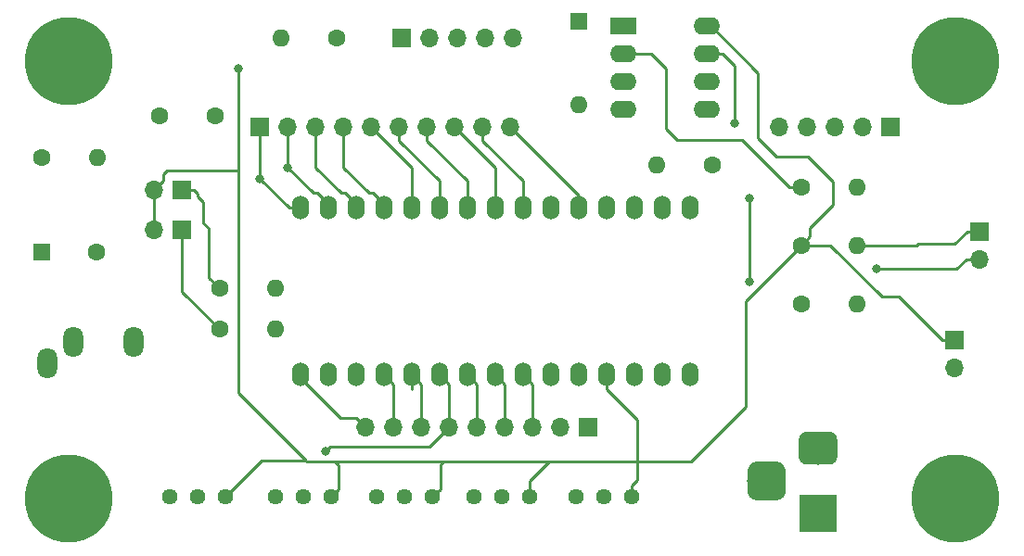
<source format=gbl>
G04 #@! TF.GenerationSoftware,KiCad,Pcbnew,5.0.2+dfsg1-1~bpo9+1*
G04 #@! TF.CreationDate,2022-10-20T11:28:44+02:00*
G04 #@! TF.ProjectId,nanosynth,6e616e6f-7379-46e7-9468-2e6b69636164,V.01*
G04 #@! TF.SameCoordinates,Original*
G04 #@! TF.FileFunction,Copper,L2,Bot*
G04 #@! TF.FilePolarity,Positive*
%FSLAX46Y46*%
G04 Gerber Fmt 4.6, Leading zero omitted, Abs format (unit mm)*
G04 Created by KiCad (PCBNEW 5.0.2+dfsg1-1~bpo9+1) date Do 20 Okt 2022 11:28:44 CEST*
%MOMM*%
%LPD*%
G01*
G04 APERTURE LIST*
G04 #@! TA.AperFunction,ComponentPad*
%ADD10O,1.700000X1.700000*%
G04 #@! TD*
G04 #@! TA.AperFunction,ComponentPad*
%ADD11R,1.700000X1.700000*%
G04 #@! TD*
G04 #@! TA.AperFunction,ComponentPad*
%ADD12C,1.440000*%
G04 #@! TD*
G04 #@! TA.AperFunction,ComponentPad*
%ADD13C,1.600000*%
G04 #@! TD*
G04 #@! TA.AperFunction,ComponentPad*
%ADD14R,1.600000X1.600000*%
G04 #@! TD*
G04 #@! TA.AperFunction,ComponentPad*
%ADD15O,1.600000X1.600000*%
G04 #@! TD*
G04 #@! TA.AperFunction,ComponentPad*
%ADD16O,1.524000X2.199640*%
G04 #@! TD*
G04 #@! TA.AperFunction,ComponentPad*
%ADD17O,1.524000X2.197100*%
G04 #@! TD*
G04 #@! TA.AperFunction,ComponentPad*
%ADD18O,1.800000X2.800000*%
G04 #@! TD*
G04 #@! TA.AperFunction,ComponentPad*
%ADD19R,3.500000X3.500000*%
G04 #@! TD*
G04 #@! TA.AperFunction,Conductor*
%ADD20C,0.100000*%
G04 #@! TD*
G04 #@! TA.AperFunction,ComponentPad*
%ADD21C,3.000000*%
G04 #@! TD*
G04 #@! TA.AperFunction,ComponentPad*
%ADD22C,3.500000*%
G04 #@! TD*
G04 #@! TA.AperFunction,ComponentPad*
%ADD23R,2.400000X1.600000*%
G04 #@! TD*
G04 #@! TA.AperFunction,ComponentPad*
%ADD24O,2.400000X1.600000*%
G04 #@! TD*
G04 #@! TA.AperFunction,ComponentPad*
%ADD25C,0.900000*%
G04 #@! TD*
G04 #@! TA.AperFunction,ComponentPad*
%ADD26C,8.000000*%
G04 #@! TD*
G04 #@! TA.AperFunction,ViaPad*
%ADD27C,0.800000*%
G04 #@! TD*
G04 #@! TA.AperFunction,Conductor*
%ADD28C,0.250000*%
G04 #@! TD*
G04 APERTURE END LIST*
D10*
G04 #@! TO.P,J3,5*
G04 #@! TO.N,Net-(D1-Pad2)*
X135890000Y-82042000D03*
G04 #@! TO.P,J3,4*
G04 #@! TO.N,Net-(J3-Pad4)*
X138430000Y-82042000D03*
G04 #@! TO.P,J3,3*
G04 #@! TO.N,Net-(J3-Pad3)*
X140970000Y-82042000D03*
G04 #@! TO.P,J3,2*
G04 #@! TO.N,GND*
X143510000Y-82042000D03*
D11*
G04 #@! TO.P,J3,1*
G04 #@! TO.N,Net-(J3-Pad1)*
X146050000Y-82042000D03*
G04 #@! TD*
G04 #@! TO.P,J4,1*
G04 #@! TO.N,Net-(J4-Pad1)*
X101473000Y-73914000D03*
D10*
G04 #@! TO.P,J4,2*
G04 #@! TO.N,GND*
X104013000Y-73914000D03*
G04 #@! TO.P,J4,3*
G04 #@! TO.N,Net-(J4-Pad3)*
X106553000Y-73914000D03*
G04 #@! TO.P,J4,4*
G04 #@! TO.N,Net-(J4-Pad4)*
X109093000Y-73914000D03*
G04 #@! TO.P,J4,5*
G04 #@! TO.N,Net-(J4-Pad5)*
X111633000Y-73914000D03*
G04 #@! TD*
D12*
G04 #@! TO.P,RV5,3*
G04 #@! TO.N,GND*
X80264000Y-115824000D03*
G04 #@! TO.P,RV5,2*
G04 #@! TO.N,Net-(J1-Pad25)*
X82804000Y-115824000D03*
G04 #@! TO.P,RV5,1*
G04 #@! TO.N,+5V*
X85344000Y-115824000D03*
G04 #@! TD*
G04 #@! TO.P,RV4,1*
G04 #@! TO.N,+5V*
X122428000Y-115824000D03*
G04 #@! TO.P,RV4,2*
G04 #@! TO.N,Net-(J1-Pad22)*
X119888000Y-115824000D03*
G04 #@! TO.P,RV4,3*
G04 #@! TO.N,GND*
X117348000Y-115824000D03*
G04 #@! TD*
G04 #@! TO.P,RV3,3*
G04 #@! TO.N,GND*
X89916000Y-115824000D03*
G04 #@! TO.P,RV3,2*
G04 #@! TO.N,Net-(J1-Pad21)*
X92456000Y-115824000D03*
G04 #@! TO.P,RV3,1*
G04 #@! TO.N,+5V*
X94996000Y-115824000D03*
G04 #@! TD*
G04 #@! TO.P,RV1,1*
G04 #@! TO.N,+5V*
X113157000Y-115824000D03*
G04 #@! TO.P,RV1,2*
G04 #@! TO.N,Net-(J1-Pad19)*
X110617000Y-115824000D03*
G04 #@! TO.P,RV1,3*
G04 #@! TO.N,GND*
X108077000Y-115824000D03*
G04 #@! TD*
G04 #@! TO.P,RV2,3*
G04 #@! TO.N,GND*
X99187000Y-115824000D03*
G04 #@! TO.P,RV2,2*
G04 #@! TO.N,Net-(J1-Pad20)*
X101727000Y-115824000D03*
G04 #@! TO.P,RV2,1*
G04 #@! TO.N,+5V*
X104267000Y-115824000D03*
G04 #@! TD*
D13*
G04 #@! TO.P,C1,1*
G04 #@! TO.N,Net-(C1-Pad1)*
X79375000Y-81026000D03*
G04 #@! TO.P,C1,2*
G04 #@! TO.N,GND*
X84375000Y-81026000D03*
G04 #@! TD*
D14*
G04 #@! TO.P,C2,1*
G04 #@! TO.N,Net-(C1-Pad1)*
X68580000Y-93472000D03*
D13*
G04 #@! TO.P,C2,2*
G04 #@! TO.N,Net-(C2-Pad2)*
X73580000Y-93472000D03*
G04 #@! TD*
D14*
G04 #@! TO.P,D1,1*
G04 #@! TO.N,Net-(D1-Pad1)*
X117602000Y-72390000D03*
D15*
G04 #@! TO.P,D1,2*
G04 #@! TO.N,Net-(D1-Pad2)*
X117602000Y-80010000D03*
G04 #@! TD*
D16*
G04 #@! TO.P,J1,1*
G04 #@! TO.N,Net-(J1-Pad1)*
X127762000Y-89408000D03*
G04 #@! TO.P,J1,2*
G04 #@! TO.N,Net-(J1-Pad2)*
X125222000Y-89408000D03*
G04 #@! TO.P,J1,3*
G04 #@! TO.N,Net-(J1-Pad3)*
X122682000Y-89408000D03*
G04 #@! TO.P,J1,4*
G04 #@! TO.N,GND*
X120142000Y-89408000D03*
G04 #@! TO.P,J1,5*
G04 #@! TO.N,Net-(J1-Pad5)*
X117602000Y-89408000D03*
G04 #@! TO.P,J1,6*
G04 #@! TO.N,Net-(J1-Pad6)*
X115062000Y-89408000D03*
G04 #@! TO.P,J1,7*
G04 #@! TO.N,Net-(J1-Pad7)*
X112522000Y-89408000D03*
G04 #@! TO.P,J1,8*
G04 #@! TO.N,Net-(J1-Pad8)*
X109982000Y-89408000D03*
G04 #@! TO.P,J1,9*
G04 #@! TO.N,Net-(J1-Pad9)*
X107442000Y-89408000D03*
G04 #@! TO.P,J1,10*
G04 #@! TO.N,Net-(J1-Pad10)*
X104902000Y-89408000D03*
G04 #@! TO.P,J1,11*
G04 #@! TO.N,Net-(J1-Pad11)*
X102362000Y-89408000D03*
G04 #@! TO.P,J1,12*
G04 #@! TO.N,Net-(J1-Pad12)*
X99822000Y-89408000D03*
G04 #@! TO.P,J1,13*
G04 #@! TO.N,Net-(J1-Pad13)*
X97282000Y-89408000D03*
G04 #@! TO.P,J1,14*
G04 #@! TO.N,Net-(J1-Pad14)*
X94742000Y-89408000D03*
G04 #@! TO.P,J1,15*
G04 #@! TO.N,Net-(J1-Pad15)*
X92202000Y-89408000D03*
G04 #@! TO.P,J1,16*
G04 #@! TO.N,Net-(J1-Pad16)*
X92202000Y-104648000D03*
G04 #@! TO.P,J1,17*
G04 #@! TO.N,Net-(J1-Pad17)*
X94742000Y-104648000D03*
G04 #@! TO.P,J1,18*
G04 #@! TO.N,Net-(J1-Pad18)*
X97282000Y-104648000D03*
G04 #@! TO.P,J1,19*
G04 #@! TO.N,Net-(J1-Pad19)*
X99822000Y-104648000D03*
D17*
G04 #@! TO.P,J1,20*
G04 #@! TO.N,Net-(J1-Pad20)*
X102362000Y-104648000D03*
G04 #@! TO.P,J1,21*
G04 #@! TO.N,Net-(J1-Pad21)*
X104902000Y-104648000D03*
G04 #@! TO.P,J1,22*
G04 #@! TO.N,Net-(J1-Pad22)*
X107442000Y-104648000D03*
G04 #@! TO.P,J1,23*
G04 #@! TO.N,Net-(J1-Pad23)*
X109982000Y-104648000D03*
G04 #@! TO.P,J1,24*
G04 #@! TO.N,Net-(J1-Pad24)*
X112522000Y-104648000D03*
G04 #@! TO.P,J1,25*
G04 #@! TO.N,Net-(J1-Pad25)*
X115062000Y-104648000D03*
G04 #@! TO.P,J1,26*
G04 #@! TO.N,Net-(J1-Pad26)*
X117602000Y-104648000D03*
G04 #@! TO.P,J1,27*
G04 #@! TO.N,+5V*
X120142000Y-104648000D03*
G04 #@! TO.P,J1,28*
G04 #@! TO.N,Net-(J1-Pad28)*
X122682000Y-104648000D03*
G04 #@! TO.P,J1,29*
G04 #@! TO.N,GND*
X125222000Y-104648000D03*
G04 #@! TO.P,J1,30*
G04 #@! TO.N,Net-(J1-Pad30)*
X127762000Y-104648000D03*
G04 #@! TD*
D18*
G04 #@! TO.P,J2,S*
G04 #@! TO.N,GND*
X69088000Y-103632000D03*
G04 #@! TO.P,J2,T*
G04 #@! TO.N,Net-(C2-Pad2)*
X71488000Y-101632000D03*
G04 #@! TO.P,J2,R*
G04 #@! TO.N,N/C*
X76988000Y-101632000D03*
G04 #@! TD*
D19*
G04 #@! TO.P,J5,1*
G04 #@! TO.N,GND*
X139446000Y-117348000D03*
D20*
G04 #@! TD*
G04 #@! TO.N,Net-(J1-Pad30)*
G04 #@! TO.C,J5*
G36*
X140519513Y-109851611D02*
X140592318Y-109862411D01*
X140663714Y-109880295D01*
X140733013Y-109905090D01*
X140799548Y-109936559D01*
X140862678Y-109974398D01*
X140921795Y-110018242D01*
X140976330Y-110067670D01*
X141025758Y-110122205D01*
X141069602Y-110181322D01*
X141107441Y-110244452D01*
X141138910Y-110310987D01*
X141163705Y-110380286D01*
X141181589Y-110451682D01*
X141192389Y-110524487D01*
X141196000Y-110598000D01*
X141196000Y-112098000D01*
X141192389Y-112171513D01*
X141181589Y-112244318D01*
X141163705Y-112315714D01*
X141138910Y-112385013D01*
X141107441Y-112451548D01*
X141069602Y-112514678D01*
X141025758Y-112573795D01*
X140976330Y-112628330D01*
X140921795Y-112677758D01*
X140862678Y-112721602D01*
X140799548Y-112759441D01*
X140733013Y-112790910D01*
X140663714Y-112815705D01*
X140592318Y-112833589D01*
X140519513Y-112844389D01*
X140446000Y-112848000D01*
X138446000Y-112848000D01*
X138372487Y-112844389D01*
X138299682Y-112833589D01*
X138228286Y-112815705D01*
X138158987Y-112790910D01*
X138092452Y-112759441D01*
X138029322Y-112721602D01*
X137970205Y-112677758D01*
X137915670Y-112628330D01*
X137866242Y-112573795D01*
X137822398Y-112514678D01*
X137784559Y-112451548D01*
X137753090Y-112385013D01*
X137728295Y-112315714D01*
X137710411Y-112244318D01*
X137699611Y-112171513D01*
X137696000Y-112098000D01*
X137696000Y-110598000D01*
X137699611Y-110524487D01*
X137710411Y-110451682D01*
X137728295Y-110380286D01*
X137753090Y-110310987D01*
X137784559Y-110244452D01*
X137822398Y-110181322D01*
X137866242Y-110122205D01*
X137915670Y-110067670D01*
X137970205Y-110018242D01*
X138029322Y-109974398D01*
X138092452Y-109936559D01*
X138158987Y-109905090D01*
X138228286Y-109880295D01*
X138299682Y-109862411D01*
X138372487Y-109851611D01*
X138446000Y-109848000D01*
X140446000Y-109848000D01*
X140519513Y-109851611D01*
X140519513Y-109851611D01*
G37*
D21*
G04 #@! TO.P,J5,2*
G04 #@! TO.N,Net-(J1-Pad30)*
X139446000Y-111348000D03*
D20*
G04 #@! TD*
G04 #@! TO.N,N/C*
G04 #@! TO.C,J5*
G36*
X135706765Y-112602213D02*
X135791704Y-112614813D01*
X135874999Y-112635677D01*
X135955848Y-112664605D01*
X136033472Y-112701319D01*
X136107124Y-112745464D01*
X136176094Y-112796616D01*
X136239718Y-112854282D01*
X136297384Y-112917906D01*
X136348536Y-112986876D01*
X136392681Y-113060528D01*
X136429395Y-113138152D01*
X136458323Y-113219001D01*
X136479187Y-113302296D01*
X136491787Y-113387235D01*
X136496000Y-113473000D01*
X136496000Y-115223000D01*
X136491787Y-115308765D01*
X136479187Y-115393704D01*
X136458323Y-115476999D01*
X136429395Y-115557848D01*
X136392681Y-115635472D01*
X136348536Y-115709124D01*
X136297384Y-115778094D01*
X136239718Y-115841718D01*
X136176094Y-115899384D01*
X136107124Y-115950536D01*
X136033472Y-115994681D01*
X135955848Y-116031395D01*
X135874999Y-116060323D01*
X135791704Y-116081187D01*
X135706765Y-116093787D01*
X135621000Y-116098000D01*
X133871000Y-116098000D01*
X133785235Y-116093787D01*
X133700296Y-116081187D01*
X133617001Y-116060323D01*
X133536152Y-116031395D01*
X133458528Y-115994681D01*
X133384876Y-115950536D01*
X133315906Y-115899384D01*
X133252282Y-115841718D01*
X133194616Y-115778094D01*
X133143464Y-115709124D01*
X133099319Y-115635472D01*
X133062605Y-115557848D01*
X133033677Y-115476999D01*
X133012813Y-115393704D01*
X133000213Y-115308765D01*
X132996000Y-115223000D01*
X132996000Y-113473000D01*
X133000213Y-113387235D01*
X133012813Y-113302296D01*
X133033677Y-113219001D01*
X133062605Y-113138152D01*
X133099319Y-113060528D01*
X133143464Y-112986876D01*
X133194616Y-112917906D01*
X133252282Y-112854282D01*
X133315906Y-112796616D01*
X133384876Y-112745464D01*
X133458528Y-112701319D01*
X133536152Y-112664605D01*
X133617001Y-112635677D01*
X133700296Y-112614813D01*
X133785235Y-112602213D01*
X133871000Y-112598000D01*
X135621000Y-112598000D01*
X135706765Y-112602213D01*
X135706765Y-112602213D01*
G37*
D22*
G04 #@! TO.P,J5,3*
G04 #@! TO.N,N/C*
X134746000Y-114348000D03*
G04 #@! TD*
D13*
G04 #@! TO.P,R1,1*
G04 #@! TO.N,Net-(D1-Pad1)*
X137922000Y-87503000D03*
D15*
G04 #@! TO.P,R1,2*
G04 #@! TO.N,Net-(J3-Pad4)*
X143002000Y-87503000D03*
G04 #@! TD*
D13*
G04 #@! TO.P,R2,1*
G04 #@! TO.N,+5V*
X137922000Y-92837000D03*
D15*
G04 #@! TO.P,R2,2*
G04 #@! TO.N,Net-(R2-Pad2)*
X143002000Y-92837000D03*
G04 #@! TD*
G04 #@! TO.P,R3,2*
G04 #@! TO.N,GND*
X143002000Y-98171000D03*
D13*
G04 #@! TO.P,R3,1*
G04 #@! TO.N,Net-(R3-Pad1)*
X137922000Y-98171000D03*
G04 #@! TD*
D15*
G04 #@! TO.P,R4,2*
G04 #@! TO.N,Net-(J4-Pad5)*
X124714000Y-85471000D03*
D13*
G04 #@! TO.P,R4,1*
G04 #@! TO.N,Net-(J1-Pad1)*
X129794000Y-85471000D03*
G04 #@! TD*
G04 #@! TO.P,R5,1*
G04 #@! TO.N,Net-(J4-Pad4)*
X95504000Y-73914000D03*
D15*
G04 #@! TO.P,R5,2*
G04 #@! TO.N,+5V*
X90424000Y-73914000D03*
G04 #@! TD*
G04 #@! TO.P,R6,2*
G04 #@! TO.N,Net-(J1-Pad6)*
X73660000Y-84836000D03*
D13*
G04 #@! TO.P,R6,1*
G04 #@! TO.N,Net-(C1-Pad1)*
X68580000Y-84836000D03*
G04 #@! TD*
D11*
G04 #@! TO.P,SW1,1*
G04 #@! TO.N,Net-(R2-Pad2)*
X154178000Y-91567000D03*
D10*
G04 #@! TO.P,SW1,2*
G04 #@! TO.N,Net-(J1-Pad2)*
X154178000Y-94107000D03*
G04 #@! TD*
D23*
G04 #@! TO.P,U2,1*
G04 #@! TO.N,Net-(U2-Pad1)*
X121666000Y-72771000D03*
D24*
G04 #@! TO.P,U2,5*
G04 #@! TO.N,GND*
X129286000Y-80391000D03*
G04 #@! TO.P,U2,2*
G04 #@! TO.N,Net-(D1-Pad1)*
X121666000Y-75311000D03*
G04 #@! TO.P,U2,6*
G04 #@! TO.N,Net-(R2-Pad2)*
X129286000Y-77851000D03*
G04 #@! TO.P,U2,3*
G04 #@! TO.N,Net-(D1-Pad2)*
X121666000Y-77851000D03*
G04 #@! TO.P,U2,7*
G04 #@! TO.N,Net-(R3-Pad1)*
X129286000Y-75311000D03*
G04 #@! TO.P,U2,4*
G04 #@! TO.N,Net-(U2-Pad4)*
X121666000Y-80391000D03*
G04 #@! TO.P,U2,8*
G04 #@! TO.N,+5V*
X129286000Y-72771000D03*
G04 #@! TD*
D25*
G04 #@! TO.P,REF\002A\002A,1*
G04 #@! TO.N,N/C*
X73121320Y-113878680D03*
X71000000Y-113000000D03*
X68878680Y-113878680D03*
X68000000Y-116000000D03*
X68878680Y-118121320D03*
X71000000Y-119000000D03*
X73121320Y-118121320D03*
X74000000Y-116000000D03*
D26*
X71000000Y-116000000D03*
G04 #@! TD*
D25*
G04 #@! TO.P,REF\002A\002A,1*
G04 #@! TO.N,N/C*
X73121320Y-73878680D03*
X71000000Y-73000000D03*
X68878680Y-73878680D03*
X68000000Y-76000000D03*
X68878680Y-78121320D03*
X71000000Y-79000000D03*
X73121320Y-78121320D03*
X74000000Y-76000000D03*
D26*
X71000000Y-76000000D03*
G04 #@! TD*
D25*
G04 #@! TO.P,REF\002A\002A,1*
G04 #@! TO.N,N/C*
X154121320Y-113878680D03*
X152000000Y-113000000D03*
X149878680Y-113878680D03*
X149000000Y-116000000D03*
X149878680Y-118121320D03*
X152000000Y-119000000D03*
X154121320Y-118121320D03*
X155000000Y-116000000D03*
D26*
X152000000Y-116000000D03*
G04 #@! TD*
D25*
G04 #@! TO.P,REF\002A\002A,1*
G04 #@! TO.N,N/C*
X154121320Y-73878680D03*
X152000000Y-73000000D03*
X149878680Y-73878680D03*
X149000000Y-76000000D03*
X149878680Y-78121320D03*
X152000000Y-79000000D03*
X154121320Y-78121320D03*
X155000000Y-76000000D03*
D26*
X152000000Y-76000000D03*
G04 #@! TD*
D11*
G04 #@! TO.P,J6,1*
G04 #@! TO.N,Net-(J1-Pad26)*
X118491000Y-109474000D03*
D10*
G04 #@! TO.P,J6,2*
G04 #@! TO.N,Net-(J1-Pad25)*
X115951000Y-109474000D03*
G04 #@! TO.P,J6,3*
G04 #@! TO.N,Net-(J1-Pad24)*
X113411000Y-109474000D03*
G04 #@! TO.P,J6,4*
G04 #@! TO.N,Net-(J1-Pad23)*
X110871000Y-109474000D03*
G04 #@! TO.P,J6,5*
G04 #@! TO.N,Net-(J1-Pad22)*
X108331000Y-109474000D03*
G04 #@! TO.P,J6,6*
G04 #@! TO.N,Net-(J1-Pad21)*
X105791000Y-109474000D03*
G04 #@! TO.P,J6,7*
G04 #@! TO.N,Net-(J1-Pad20)*
X103251000Y-109474000D03*
G04 #@! TO.P,J6,8*
G04 #@! TO.N,Net-(J1-Pad19)*
X100711000Y-109474000D03*
G04 #@! TO.P,J6,9*
G04 #@! TO.N,Net-(J1-Pad16)*
X98171000Y-109474000D03*
G04 #@! TD*
D11*
G04 #@! TO.P,J7,1*
G04 #@! TO.N,Net-(J1-Pad15)*
X88519000Y-82042000D03*
D10*
G04 #@! TO.P,J7,2*
G04 #@! TO.N,Net-(J1-Pad14)*
X91059000Y-82042000D03*
G04 #@! TO.P,J7,3*
G04 #@! TO.N,Net-(J1-Pad13)*
X93599000Y-82042000D03*
G04 #@! TO.P,J7,4*
G04 #@! TO.N,Net-(J1-Pad12)*
X96139000Y-82042000D03*
G04 #@! TO.P,J7,5*
G04 #@! TO.N,Net-(J1-Pad11)*
X98679000Y-82042000D03*
G04 #@! TO.P,J7,6*
G04 #@! TO.N,Net-(J1-Pad10)*
X101219000Y-82042000D03*
G04 #@! TO.P,J7,7*
G04 #@! TO.N,Net-(J1-Pad9)*
X103759000Y-82042000D03*
G04 #@! TO.P,J7,8*
G04 #@! TO.N,Net-(J1-Pad8)*
X106299000Y-82042000D03*
G04 #@! TO.P,J7,9*
G04 #@! TO.N,Net-(J1-Pad7)*
X108839000Y-82042000D03*
G04 #@! TO.P,J7,10*
G04 #@! TO.N,Net-(J1-Pad5)*
X111379000Y-82042000D03*
G04 #@! TD*
D13*
G04 #@! TO.P,R7,1*
G04 #@! TO.N,Net-(J1-Pad15)*
X84806001Y-96744001D03*
D15*
G04 #@! TO.P,R7,2*
G04 #@! TO.N,GND*
X89886001Y-96744001D03*
G04 #@! TD*
G04 #@! TO.P,R8,2*
G04 #@! TO.N,GND*
X89886001Y-100494001D03*
D13*
G04 #@! TO.P,R8,1*
G04 #@! TO.N,Net-(J1-Pad14)*
X84806001Y-100494001D03*
G04 #@! TD*
D11*
G04 #@! TO.P,SW2,1*
G04 #@! TO.N,Net-(J1-Pad15)*
X81384477Y-87745645D03*
D10*
G04 #@! TO.P,SW2,2*
G04 #@! TO.N,+5V*
X78844477Y-87745645D03*
G04 #@! TD*
G04 #@! TO.P,SW3,2*
G04 #@! TO.N,+5V*
X78844477Y-91395645D03*
D11*
G04 #@! TO.P,SW3,1*
G04 #@! TO.N,Net-(J1-Pad14)*
X81384477Y-91395645D03*
G04 #@! TD*
G04 #@! TO.P,J8,1*
G04 #@! TO.N,+5V*
X151892000Y-101473000D03*
D10*
G04 #@! TO.P,J8,2*
G04 #@! TO.N,GND*
X151892000Y-104013000D03*
G04 #@! TD*
D27*
G04 #@! TO.N,Net-(J1-Pad2)*
X144780000Y-94996000D03*
G04 #@! TO.N,Net-(J1-Pad14)*
X91059000Y-85725000D03*
G04 #@! TO.N,Net-(J1-Pad15)*
X88519000Y-86737000D03*
G04 #@! TO.N,+5V*
X86498630Y-76708000D03*
G04 #@! TO.N,Net-(R3-Pad1)*
X133223000Y-96139000D03*
X133223000Y-88519000D03*
X131826000Y-81661000D03*
G04 #@! TO.N,Net-(J1-Pad21)*
X94488000Y-111633000D03*
G04 #@! TD*
D28*
G04 #@! TO.N,Net-(D1-Pad1)*
X124206000Y-75311000D02*
X121666000Y-75311000D01*
X125603000Y-82169000D02*
X125603000Y-76708000D01*
X125603000Y-76708000D02*
X124206000Y-75311000D01*
X137922000Y-87503000D02*
X136790630Y-87503000D01*
X136790630Y-87503000D02*
X132472630Y-83185000D01*
X126619000Y-83185000D02*
X125603000Y-82169000D01*
X132472630Y-83185000D02*
X126619000Y-83185000D01*
G04 #@! TO.N,Net-(J1-Pad2)*
X152975919Y-94107000D02*
X152086919Y-94996000D01*
X154178000Y-94107000D02*
X152975919Y-94107000D01*
X152086919Y-94996000D02*
X146939000Y-94996000D01*
X144780000Y-94996000D02*
X146939000Y-94996000D01*
X146939000Y-94996000D02*
X147066000Y-94996000D01*
G04 #@! TO.N,Net-(J1-Pad5)*
X117602000Y-88265000D02*
X117602000Y-89408000D01*
X111379000Y-82042000D02*
X117602000Y-88265000D01*
G04 #@! TO.N,Net-(J1-Pad7)*
X112522000Y-88058180D02*
X112522000Y-89408000D01*
X112522000Y-86927081D02*
X112522000Y-88058180D01*
X108839000Y-83244081D02*
X112522000Y-86927081D01*
X108839000Y-82042000D02*
X108839000Y-83244081D01*
G04 #@! TO.N,Net-(J1-Pad8)*
X109982000Y-85725000D02*
X109982000Y-89408000D01*
X106299000Y-82042000D02*
X109982000Y-85725000D01*
G04 #@! TO.N,Net-(J1-Pad9)*
X107442000Y-86927081D02*
X107442000Y-88058180D01*
X107442000Y-88058180D02*
X107442000Y-89408000D01*
X103759000Y-83244081D02*
X107442000Y-86927081D01*
X103759000Y-82042000D02*
X103759000Y-83244081D01*
G04 #@! TO.N,Net-(J1-Pad10)*
X104902000Y-88058180D02*
X104902000Y-89408000D01*
X104902000Y-86927081D02*
X104902000Y-88058180D01*
X101219000Y-83244081D02*
X104902000Y-86927081D01*
X101219000Y-82042000D02*
X101219000Y-83244081D01*
G04 #@! TO.N,Net-(J1-Pad11)*
X102362000Y-85725000D02*
X102362000Y-89408000D01*
X98679000Y-82042000D02*
X102362000Y-85725000D01*
G04 #@! TO.N,Net-(J1-Pad12)*
X98810000Y-88058180D02*
X99822000Y-89070180D01*
X98472180Y-88058180D02*
X98810000Y-88058180D01*
X96139000Y-85725000D02*
X98472180Y-88058180D01*
X99822000Y-89070180D02*
X99822000Y-89408000D01*
X96139000Y-82042000D02*
X96139000Y-85725000D01*
G04 #@! TO.N,Net-(J1-Pad13)*
X97282000Y-89070180D02*
X97282000Y-89408000D01*
X95932180Y-88058180D02*
X96270000Y-88058180D01*
X93599000Y-85725000D02*
X95932180Y-88058180D01*
X96270000Y-88058180D02*
X97282000Y-89070180D01*
X93599000Y-82042000D02*
X93599000Y-85725000D01*
G04 #@! TO.N,Net-(J1-Pad14)*
X94742000Y-89070180D02*
X94742000Y-89408000D01*
X93730000Y-88058180D02*
X94742000Y-89070180D01*
X93392180Y-88058180D02*
X93730000Y-88058180D01*
X91059000Y-85725000D02*
X91059000Y-85725000D01*
X91059000Y-82042000D02*
X91059000Y-85725000D01*
X91059000Y-85725000D02*
X93392180Y-88058180D01*
X81384477Y-97072477D02*
X81384477Y-91395645D01*
X84806001Y-100494001D02*
X81384477Y-97072477D01*
G04 #@! TO.N,Net-(J1-Pad15)*
X91190000Y-89408000D02*
X92202000Y-89408000D01*
X88519000Y-86737000D02*
X88519000Y-86737000D01*
X88519000Y-82042000D02*
X88519000Y-86737000D01*
X88519000Y-86737000D02*
X91190000Y-89408000D01*
X83859832Y-91321000D02*
X83312000Y-90773168D01*
X83312000Y-90773168D02*
X83312000Y-88900000D01*
X83312000Y-88900000D02*
X82804000Y-88392000D01*
X82484477Y-87745645D02*
X81384477Y-87745645D01*
X82804000Y-88065168D02*
X82484477Y-87745645D01*
X82804000Y-88392000D02*
X82804000Y-88065168D01*
X83859832Y-95797832D02*
X84806001Y-96744001D01*
X83859832Y-91321000D02*
X83859832Y-95797832D01*
G04 #@! TO.N,Net-(J1-Pad16)*
X95840181Y-108624001D02*
X92202000Y-104985820D01*
X92202000Y-104985820D02*
X92202000Y-104648000D01*
X97321001Y-108624001D02*
X95840181Y-108624001D01*
X98171000Y-109474000D02*
X97321001Y-108624001D01*
G04 #@! TO.N,Net-(J1-Pad19)*
X100711000Y-105537000D02*
X99822000Y-104648000D01*
X100711000Y-109474000D02*
X100711000Y-105537000D01*
G04 #@! TO.N,Net-(J1-Pad23)*
X110871000Y-105537000D02*
X109982000Y-104648000D01*
X110871000Y-109474000D02*
X110871000Y-105537000D01*
G04 #@! TO.N,Net-(J1-Pad24)*
X113411000Y-105537000D02*
X112522000Y-104648000D01*
X113411000Y-109474000D02*
X113411000Y-105537000D01*
G04 #@! TO.N,+5V*
X86498630Y-76708000D02*
X86498630Y-87830369D01*
X85344000Y-115824000D02*
X86063999Y-115104001D01*
X132842000Y-97917000D02*
X132842000Y-107569000D01*
X86498630Y-77273685D02*
X86498630Y-76708000D01*
X132842000Y-107569000D02*
X127846999Y-112564001D01*
X137922000Y-92837000D02*
X132842000Y-97917000D01*
X122428000Y-114805767D02*
X122936000Y-114297767D01*
X122428000Y-115824000D02*
X122428000Y-114805767D01*
X122936000Y-112564001D02*
X116205000Y-112564001D01*
X127846999Y-112564001D02*
X122936000Y-112564001D01*
X113157000Y-115824000D02*
X113157000Y-114342001D01*
X113157000Y-114342001D02*
X114935000Y-112564001D01*
X116205000Y-112564001D02*
X114935000Y-112564001D01*
X104986999Y-112860002D02*
X105283000Y-112564001D01*
X104986999Y-115104001D02*
X104986999Y-112860002D01*
X104267000Y-115824000D02*
X104986999Y-115104001D01*
X114935000Y-112564001D02*
X105283000Y-112564001D01*
X86498630Y-106308397D02*
X86498630Y-100584000D01*
X86498630Y-100819714D02*
X86498630Y-100584000D01*
X88648233Y-112519767D02*
X92710000Y-112519767D01*
X85344000Y-115824000D02*
X88648233Y-112519767D01*
X92710000Y-112519767D02*
X86498630Y-106308397D01*
X92754234Y-112564001D02*
X92710000Y-112519767D01*
X95715999Y-112903000D02*
X95377000Y-112564001D01*
X95715999Y-115104001D02*
X95715999Y-112903000D01*
X94996000Y-115824000D02*
X95715999Y-115104001D01*
X105283000Y-112564001D02*
X95377000Y-112564001D01*
X95377000Y-112564001D02*
X92754234Y-112564001D01*
X122936000Y-108790550D02*
X122936000Y-112776000D01*
X120142000Y-105996550D02*
X122936000Y-108790550D01*
X120142000Y-104648000D02*
X120142000Y-105996550D01*
X122936000Y-112776000D02*
X122936000Y-112564001D01*
X122936000Y-114297767D02*
X122936000Y-112776000D01*
X78844477Y-90193564D02*
X78844477Y-87745645D01*
X78844477Y-91395645D02*
X78844477Y-90193564D01*
X79694476Y-86895646D02*
X79694476Y-86294524D01*
X78844477Y-87745645D02*
X79694476Y-86895646D01*
X80010000Y-85979000D02*
X86498630Y-85979000D01*
X79694476Y-86294524D02*
X80010000Y-85979000D01*
X86498630Y-85979000D02*
X86498630Y-77273685D01*
X86498630Y-100584000D02*
X86498630Y-85979000D01*
X140589000Y-92837000D02*
X137922000Y-92837000D01*
X151892000Y-101473000D02*
X150792000Y-101473000D01*
X150792000Y-101473000D02*
X146855000Y-97536000D01*
X146855000Y-97536000D02*
X145288000Y-97536000D01*
X145288000Y-97536000D02*
X140589000Y-92837000D01*
X138721999Y-92037001D02*
X138721999Y-91275001D01*
X137922000Y-92837000D02*
X138721999Y-92037001D01*
X138721999Y-91275001D02*
X140843000Y-89154000D01*
X140843000Y-89154000D02*
X140843000Y-86995000D01*
X140843000Y-86995000D02*
X138557000Y-84709000D01*
X138557000Y-84709000D02*
X135636000Y-84709000D01*
X135636000Y-84709000D02*
X133985000Y-83058000D01*
X133985000Y-77070000D02*
X129686000Y-72771000D01*
X129686000Y-72771000D02*
X129286000Y-72771000D01*
X133985000Y-83058000D02*
X133985000Y-77070000D01*
G04 #@! TO.N,Net-(R2-Pad2)*
X148547000Y-92837000D02*
X144133370Y-92837000D01*
X144133370Y-92837000D02*
X143002000Y-92837000D01*
X151935000Y-92710000D02*
X148547000Y-92710000D01*
X153078000Y-91567000D02*
X151935000Y-92710000D01*
X154178000Y-91567000D02*
X153078000Y-91567000D01*
X148547000Y-92837000D02*
X148547000Y-92710000D01*
G04 #@! TO.N,Net-(R3-Pad1)*
X133223000Y-96139000D02*
X133223000Y-88519000D01*
X133223000Y-88519000D02*
X133223000Y-88519000D01*
X131826000Y-81095315D02*
X131826000Y-81661000D01*
X130736000Y-75311000D02*
X131826000Y-76401000D01*
X131826000Y-76401000D02*
X131826000Y-81095315D01*
X129286000Y-75311000D02*
X130736000Y-75311000D01*
G04 #@! TO.N,Net-(J1-Pad20)*
X102362000Y-104648000D02*
X102362000Y-105996550D01*
X103251000Y-105537000D02*
X102362000Y-104648000D01*
X103251000Y-109474000D02*
X103251000Y-105537000D01*
G04 #@! TO.N,Net-(J1-Pad21)*
X94887999Y-111233001D02*
X95612001Y-111233001D01*
X94488000Y-111633000D02*
X94887999Y-111233001D01*
X95612001Y-111233001D02*
X95631000Y-111252000D01*
X104013000Y-111252000D02*
X105791000Y-109474000D01*
X95631000Y-111252000D02*
X104013000Y-111252000D01*
X105791000Y-105537000D02*
X104902000Y-104648000D01*
X105791000Y-109474000D02*
X105791000Y-105537000D01*
G04 #@! TO.N,Net-(J1-Pad22)*
X108331000Y-105537000D02*
X107442000Y-104648000D01*
X108331000Y-109474000D02*
X108331000Y-105537000D01*
G04 #@! TD*
M02*

</source>
